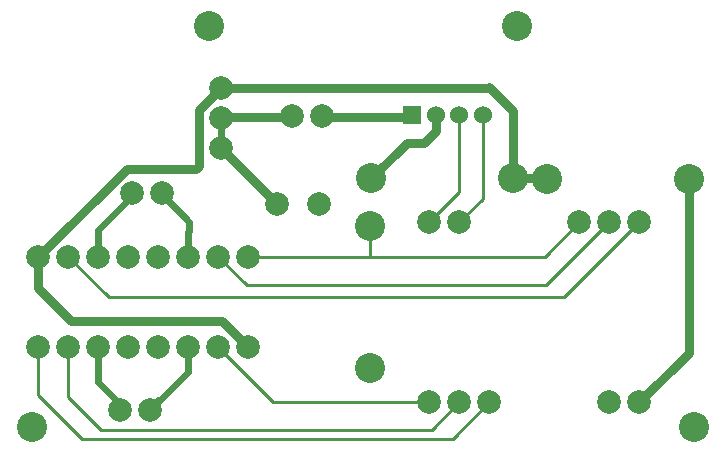
<source format=gbr>
%TF.GenerationSoftware,KiCad,Pcbnew,9.0.0*%
%TF.CreationDate,2025-03-14T15:10:24+01:00*%
%TF.ProjectId,Kicad,4b696361-642e-46b6-9963-61645f706362,rev?*%
%TF.SameCoordinates,Original*%
%TF.FileFunction,Copper,L1,Top*%
%TF.FilePolarity,Positive*%
%FSLAX46Y46*%
G04 Gerber Fmt 4.6, Leading zero omitted, Abs format (unit mm)*
G04 Created by KiCad (PCBNEW 9.0.0) date 2025-03-14 15:10:24*
%MOMM*%
%LPD*%
G01*
G04 APERTURE LIST*
%TA.AperFunction,ComponentPad*%
%ADD10C,2.540000*%
%TD*%
%TA.AperFunction,ComponentPad*%
%ADD11C,2.000000*%
%TD*%
%TA.AperFunction,ComponentPad*%
%ADD12R,1.524000X1.524000*%
%TD*%
%TA.AperFunction,ComponentPad*%
%ADD13C,1.524000*%
%TD*%
%TA.AperFunction,Conductor*%
%ADD14C,0.250000*%
%TD*%
%TA.AperFunction,Conductor*%
%ADD15C,0.800000*%
%TD*%
%TA.AperFunction,Conductor*%
%ADD16C,0.600000*%
%TD*%
G04 APERTURE END LIST*
D10*
%TO.P,DH4,1,DH*%
%TO.N,GND*%
X229000000Y-83000000D03*
%TD*%
%TO.P,DH3,1,DH*%
%TO.N,GND*%
X173000000Y-83000000D03*
%TD*%
%TO.P,DH2,1,DH*%
%TO.N,GND*%
X214000000Y-49000000D03*
%TD*%
%TO.P,DH1,1,DH*%
%TO.N,GND*%
X188000000Y-49000000D03*
%TD*%
D11*
%TO.P,J1,1,1*%
%TO.N,Net-(U2-3Y)*%
X181450000Y-63150000D03*
%TO.P,J1,2,2*%
%TO.N,Net-(U2-4Y)*%
X183990000Y-63150000D03*
%TD*%
%TO.P,J2,1,1*%
%TO.N,Net-(U2-2Y)*%
X182950000Y-81550000D03*
%TO.P,J2,2,2*%
%TO.N,Net-(U2-1Y)*%
X180410000Y-81550000D03*
%TD*%
%TO.P,J3,1,1*%
%TO.N,GND*%
X197550000Y-56650000D03*
%TO.P,J3,2,2*%
%TO.N,Net-(SW1-B)*%
X195010000Y-56650000D03*
%TD*%
%TO.P,C1,1*%
%TO.N,Net-(SW1-B)*%
X193750000Y-64100000D03*
%TO.P,C1,2*%
%TO.N,GND*%
X197250000Y-64100000D03*
%TD*%
%TO.P,U2,1,EN12*%
%TO.N,Net-(U1-GPIO2)*%
X173510000Y-76210000D03*
%TO.P,U2,2,1A*%
%TO.N,Net-(U1-GPIO1)*%
X176050000Y-76210000D03*
%TO.P,U2,3,1Y*%
%TO.N,Net-(U2-1Y)*%
X178590000Y-76210000D03*
%TO.P,U2,4,GND*%
%TO.N,GND*%
X181130000Y-76210000D03*
%TO.P,U2,5,GND*%
X183670000Y-76210000D03*
%TO.P,U2,6,2Y*%
%TO.N,Net-(U2-2Y)*%
X186210000Y-76210000D03*
%TO.P,U2,7,2A*%
%TO.N,Net-(U1-GPIO0)*%
X188750000Y-76210000D03*
%TO.P,U2,8,VM*%
%TO.N,Net-(SW1-A)*%
X191290000Y-76210000D03*
%TO.P,U2,9,EN34*%
%TO.N,Net-(U1-GPIO7)*%
X191290000Y-68590000D03*
%TO.P,U2,10,4A*%
%TO.N,Net-(U1-GPIO6)*%
X188750000Y-68590000D03*
%TO.P,U2,11,4Y*%
%TO.N,Net-(U2-4Y)*%
X186210000Y-68590000D03*
%TO.P,U2,12,GND*%
%TO.N,GND*%
X183670000Y-68590000D03*
%TO.P,U2,13,GND*%
X181130000Y-68590000D03*
%TO.P,U2,14,3Y*%
%TO.N,Net-(U2-3Y)*%
X178590000Y-68590000D03*
%TO.P,U2,15,3A*%
%TO.N,Net-(U1-GPIO5)*%
X176050000Y-68590000D03*
%TO.P,U2,16,5V*%
%TO.N,Net-(SW1-A)*%
X173510000Y-68590000D03*
%TD*%
D10*
%TO.P,D1,1*%
%TO.N,Net-(SW1-A)*%
X213700000Y-61900000D03*
%TO.P,D1,2*%
%TO.N,Net-(J4-Pin_2)*%
X201700000Y-61900000D03*
%TD*%
%TO.P,R1,1*%
%TO.N,Net-(U1-GPIO7)*%
X201600000Y-66000000D03*
%TO.P,R1,2*%
%TO.N,GND*%
X201600000Y-78000000D03*
%TD*%
D12*
%TO.P,J4,1,Pin_1*%
%TO.N,GND*%
X205167500Y-56592500D03*
D13*
%TO.P,J4,2,Pin_2*%
%TO.N,Net-(J4-Pin_2)*%
X207167500Y-56592500D03*
%TO.P,J4,3,Pin_3*%
%TO.N,Net-(J4-Pin_3)*%
X209167500Y-56592500D03*
%TO.P,J4,4,Pin_4*%
%TO.N,Net-(J4-Pin_4)*%
X211167500Y-56592500D03*
%TD*%
D10*
%TO.P,D2,1*%
%TO.N,Net-(SW1-A)*%
X216600000Y-62000000D03*
%TO.P,D2,2*%
%TO.N,+5V*%
X228600000Y-62000000D03*
%TD*%
D11*
%TO.P,U1,1,5V*%
%TO.N,+5V*%
X224400000Y-80900000D03*
%TO.P,U1,2,GND*%
%TO.N,GND*%
X221860000Y-80900000D03*
%TO.P,U1,6,GPIO2*%
%TO.N,Net-(U1-GPIO2)*%
X211700000Y-80900000D03*
%TO.P,U1,7,GPIO1*%
%TO.N,Net-(U1-GPIO1)*%
X209160000Y-80900000D03*
%TO.P,U1,8,GPIO0*%
%TO.N,Net-(U1-GPIO0)*%
X206620000Y-80900000D03*
%TO.P,U1,9,GPIO5*%
%TO.N,Net-(U1-GPIO5)*%
X224400000Y-65660000D03*
%TO.P,U1,10,GPIO6*%
%TO.N,Net-(U1-GPIO6)*%
X221860000Y-65660000D03*
%TO.P,U1,11,GPIO7*%
%TO.N,Net-(U1-GPIO7)*%
X219320000Y-65660000D03*
%TO.P,U1,15,GPIO20*%
%TO.N,Net-(J4-Pin_4)*%
X209160000Y-65660000D03*
%TO.P,U1,16,GPIO21*%
%TO.N,Net-(J4-Pin_3)*%
X206620000Y-65660000D03*
%TD*%
%TO.P,SW1,1,A*%
%TO.N,Net-(SW1-A)*%
X189000000Y-54260000D03*
%TO.P,SW1,2,B*%
%TO.N,Net-(SW1-B)*%
X189000000Y-56800000D03*
%TO.P,SW1,3,C*%
X189000000Y-59340000D03*
%TD*%
D14*
%TO.N,Net-(U1-GPIO6)*%
X216520000Y-71000000D02*
X221860000Y-65660000D01*
X191160000Y-71000000D02*
X216520000Y-71000000D01*
X188750000Y-68590000D02*
X191160000Y-71000000D01*
%TO.N,Net-(U1-GPIO5)*%
X218060000Y-72000000D02*
X224400000Y-65660000D01*
X176050000Y-68590000D02*
X179460000Y-72000000D01*
X179460000Y-72000000D02*
X218060000Y-72000000D01*
D15*
%TO.N,Net-(SW1-A)*%
X213700000Y-56260000D02*
X213700000Y-61900000D01*
X211640000Y-54200000D02*
X213700000Y-56260000D01*
X211580000Y-54260000D02*
X211640000Y-54200000D01*
X189000000Y-54260000D02*
X211580000Y-54260000D01*
D14*
%TO.N,Net-(U1-GPIO2)*%
X177240000Y-83970000D02*
X208630000Y-83970000D01*
X173510000Y-80240000D02*
X177240000Y-83970000D01*
X208630000Y-83970000D02*
X211700000Y-80900000D01*
X173510000Y-76210000D02*
X173510000Y-80240000D01*
D15*
%TO.N,+5V*%
X228600000Y-76700000D02*
X224400000Y-80900000D01*
X228600000Y-62000000D02*
X228600000Y-76700000D01*
D14*
%TO.N,Net-(U1-GPIO1)*%
X206860000Y-83200000D02*
X209160000Y-80900000D01*
X178800000Y-83200000D02*
X206860000Y-83200000D01*
X176050000Y-80450000D02*
X178800000Y-83200000D01*
X176050000Y-76210000D02*
X176050000Y-80450000D01*
%TO.N,Net-(U1-GPIO0)*%
X193400000Y-80900000D02*
X206620000Y-80900000D01*
X188750000Y-76250000D02*
X193400000Y-80900000D01*
X188750000Y-76210000D02*
X188750000Y-76250000D01*
%TO.N,Net-(J4-Pin_4)*%
X211167500Y-63652500D02*
X209160000Y-65660000D01*
X211167500Y-56592500D02*
X211167500Y-63652500D01*
%TO.N,Net-(J4-Pin_3)*%
X209167500Y-63112500D02*
X206620000Y-65660000D01*
X209167500Y-56592500D02*
X209167500Y-63112500D01*
%TO.N,Net-(U1-GPIO5)*%
X176050000Y-68590000D02*
X176050000Y-68650000D01*
%TO.N,Net-(U1-GPIO7)*%
X216390000Y-68590000D02*
X219320000Y-65660000D01*
X191290000Y-68590000D02*
X216390000Y-68590000D01*
X201600000Y-66000000D02*
X201600000Y-68590000D01*
D15*
%TO.N,Net-(J4-Pin_2)*%
X204700000Y-58900000D02*
X206200000Y-58900000D01*
X207167500Y-57932500D02*
X207167500Y-56592500D01*
X201700000Y-61900000D02*
X204700000Y-58900000D01*
X206200000Y-58900000D02*
X207167500Y-57932500D01*
%TO.N,Net-(SW1-A)*%
X173510000Y-68590000D02*
X173510000Y-71210000D01*
X213700000Y-61900000D02*
X215200000Y-61900000D01*
X215200000Y-61900000D02*
X216500000Y-61900000D01*
X216500000Y-61900000D02*
X216600000Y-62000000D01*
X189080000Y-74000000D02*
X191290000Y-76210000D01*
X173510000Y-71210000D02*
X176300000Y-74000000D01*
X187101000Y-60899000D02*
X186900000Y-61100000D01*
X181000000Y-61100000D02*
X173510000Y-68590000D01*
X186900000Y-61100000D02*
X181000000Y-61100000D01*
X189000000Y-54260000D02*
X187101000Y-56159000D01*
X187101000Y-56159000D02*
X187101000Y-60899000D01*
X213700000Y-61900000D02*
X216500000Y-61900000D01*
X176300000Y-74000000D02*
X189080000Y-74000000D01*
%TO.N,GND*%
X205035000Y-56725000D02*
X205167500Y-56592500D01*
X197050000Y-56725000D02*
X205035000Y-56725000D01*
D14*
%TO.N,Net-(J4-Pin_4)*%
X209867500Y-65212500D02*
X209420000Y-65660000D01*
X209167500Y-65407500D02*
X209420000Y-65660000D01*
D16*
%TO.N,Net-(U2-4Y)*%
X184040000Y-63350000D02*
X186300000Y-65610000D01*
X186300000Y-66400000D02*
X186210000Y-66490000D01*
X186300000Y-65610000D02*
X186300000Y-66400000D01*
X186210000Y-66490000D02*
X186210000Y-68590000D01*
%TO.N,Net-(U2-3Y)*%
X178900000Y-66000000D02*
X178900000Y-65950000D01*
X178900000Y-65950000D02*
X181500000Y-63350000D01*
X178590000Y-68590000D02*
X178590000Y-66310000D01*
X178590000Y-66310000D02*
X178900000Y-66000000D01*
%TO.N,Net-(U2-1Y)*%
X179500000Y-80140000D02*
X180660000Y-81300000D01*
X179500000Y-80100000D02*
X179500000Y-80140000D01*
X178590000Y-79190000D02*
X179500000Y-80100000D01*
X178590000Y-76210000D02*
X178590000Y-79190000D01*
%TO.N,Net-(U2-2Y)*%
X186200000Y-76220000D02*
X186200000Y-78300000D01*
X186200000Y-78300000D02*
X183200000Y-81300000D01*
X183640000Y-80700000D02*
X183700000Y-80700000D01*
X186210000Y-76210000D02*
X186200000Y-76220000D01*
D15*
%TO.N,Net-(SW1-B)*%
X193750000Y-64090000D02*
X189000000Y-59340000D01*
X189075000Y-56725000D02*
X189000000Y-56800000D01*
X193750000Y-64100000D02*
X193750000Y-64090000D01*
X194510000Y-56725000D02*
X189075000Y-56725000D01*
D16*
X189000000Y-59340000D02*
X189000000Y-56800000D01*
%TD*%
M02*

</source>
